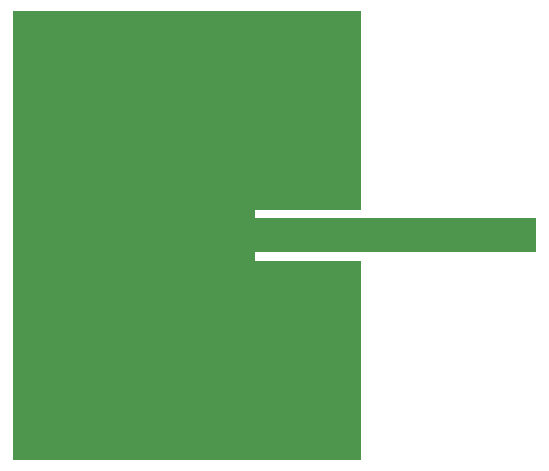
<source format=gbr>
G04 =======================================* 
G04 File Format: RS-274X * 
G04 Date:        October 28 2024 * 
G04 Time:        15:41:19 * 
G04 =======================================* 
G04 Format description *** 
G04 Code:          ASCII * 
G04 Unit:          Millimeter * 
G04 Coordinates:   Absolut * 
G04 Digits:        3.3-format * 
G04 Zeros skipped: Leading zeros omitted * 
G04 =======================================* 
%FSLAX33Y33*%
%MOMM*%
G90*
G71*
%LPD*%
G36*
G01X-14750Y-19000D02*
G01X14750Y-19000D01*
G01X14750Y-2170D01*
G01X5750Y-2170D01*
G01X5750Y-1430D01*
G01X14750Y-1430D01*
G01X14750Y1430D01*
G01X5750Y1430D01*
G01X5750Y2170D01*
G01X14750Y2170D01*
G01X14750Y19000D01*
G01X-14750Y19000D01*
G37*
%LPD*%
G36*
G01X14750Y-1430D02*
G01X29500Y-1430D01*
G01X29500Y1430D01*
G01X14750Y1430D01*
G37*
M02* 
G04 End Of Gerber File* 

</source>
